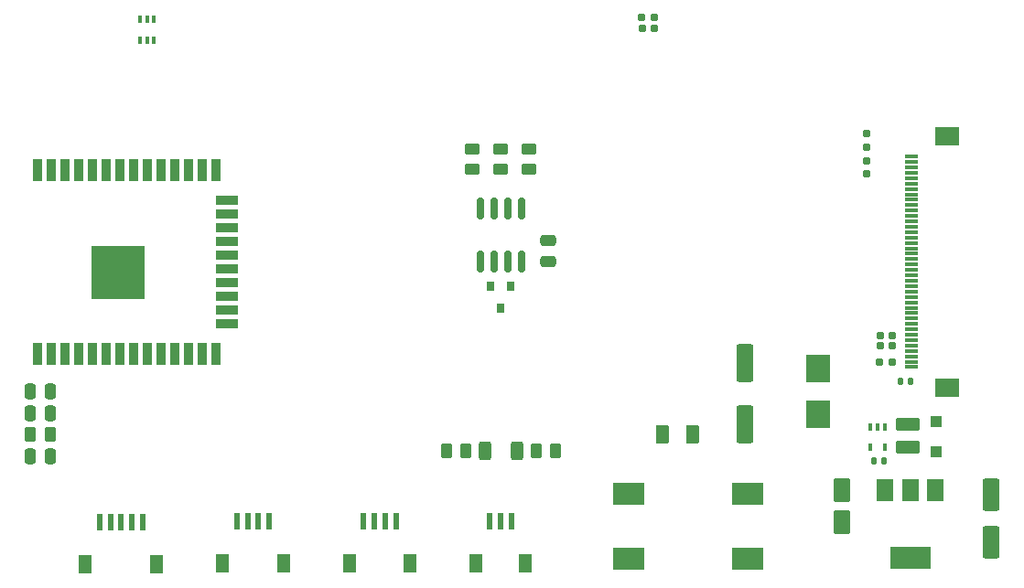
<source format=gtp>
G04 #@! TF.GenerationSoftware,KiCad,Pcbnew,(6.0.0)*
G04 #@! TF.CreationDate,2021-12-31T15:39:09+05:30*
G04 #@! TF.ProjectId,ESP32_BoardV1,45535033-325f-4426-9f61-726456312e6b,rev?*
G04 #@! TF.SameCoordinates,Original*
G04 #@! TF.FileFunction,Paste,Top*
G04 #@! TF.FilePolarity,Positive*
%FSLAX46Y46*%
G04 Gerber Fmt 4.6, Leading zero omitted, Abs format (unit mm)*
G04 Created by KiCad (PCBNEW (6.0.0)) date 2021-12-31 15:39:09*
%MOMM*%
%LPD*%
G01*
G04 APERTURE LIST*
G04 Aperture macros list*
%AMRoundRect*
0 Rectangle with rounded corners*
0 $1 Rounding radius*
0 $2 $3 $4 $5 $6 $7 $8 $9 X,Y pos of 4 corners*
0 Add a 4 corners polygon primitive as box body*
4,1,4,$2,$3,$4,$5,$6,$7,$8,$9,$2,$3,0*
0 Add four circle primitives for the rounded corners*
1,1,$1+$1,$2,$3*
1,1,$1+$1,$4,$5*
1,1,$1+$1,$6,$7*
1,1,$1+$1,$8,$9*
0 Add four rect primitives between the rounded corners*
20,1,$1+$1,$2,$3,$4,$5,0*
20,1,$1+$1,$4,$5,$6,$7,0*
20,1,$1+$1,$6,$7,$8,$9,0*
20,1,$1+$1,$8,$9,$2,$3,0*%
G04 Aperture macros list end*
%ADD10RoundRect,0.250000X0.250000X0.475000X-0.250000X0.475000X-0.250000X-0.475000X0.250000X-0.475000X0*%
%ADD11R,0.400000X0.650000*%
%ADD12RoundRect,0.250000X-0.312500X-0.625000X0.312500X-0.625000X0.312500X0.625000X-0.312500X0.625000X0*%
%ADD13RoundRect,0.250000X-0.262500X-0.450000X0.262500X-0.450000X0.262500X0.450000X-0.262500X0.450000X0*%
%ADD14R,0.900000X2.000000*%
%ADD15R,2.000000X0.900000*%
%ADD16R,5.000000X5.000000*%
%ADD17RoundRect,0.155000X0.212500X0.155000X-0.212500X0.155000X-0.212500X-0.155000X0.212500X-0.155000X0*%
%ADD18R,0.600000X1.550000*%
%ADD19R,1.200000X1.800000*%
%ADD20RoundRect,0.160000X0.197500X0.160000X-0.197500X0.160000X-0.197500X-0.160000X0.197500X-0.160000X0*%
%ADD21R,2.300000X2.500000*%
%ADD22RoundRect,0.250000X-0.550000X0.850000X-0.550000X-0.850000X0.550000X-0.850000X0.550000X0.850000X0*%
%ADD23R,1.500000X2.000000*%
%ADD24R,3.800000X2.000000*%
%ADD25RoundRect,0.250000X0.550000X-1.250000X0.550000X1.250000X-0.550000X1.250000X-0.550000X-1.250000X0*%
%ADD26R,1.300000X0.300000*%
%ADD27R,2.200000X1.800000*%
%ADD28RoundRect,0.160000X0.160000X-0.197500X0.160000X0.197500X-0.160000X0.197500X-0.160000X-0.197500X0*%
%ADD29RoundRect,0.160000X-0.160000X0.197500X-0.160000X-0.197500X0.160000X-0.197500X0.160000X0.197500X0*%
%ADD30RoundRect,0.250000X-0.475000X0.250000X-0.475000X-0.250000X0.475000X-0.250000X0.475000X0.250000X0*%
%ADD31R,0.800000X0.900000*%
%ADD32RoundRect,0.250000X-0.450000X0.262500X-0.450000X-0.262500X0.450000X-0.262500X0.450000X0.262500X0*%
%ADD33RoundRect,0.150000X-0.150000X0.825000X-0.150000X-0.825000X0.150000X-0.825000X0.150000X0.825000X0*%
%ADD34R,3.000000X2.000000*%
%ADD35RoundRect,0.250000X0.375000X0.625000X-0.375000X0.625000X-0.375000X-0.625000X0.375000X-0.625000X0*%
%ADD36RoundRect,0.140000X0.140000X0.170000X-0.140000X0.170000X-0.140000X-0.170000X0.140000X-0.170000X0*%
%ADD37RoundRect,0.250000X0.550000X-1.500000X0.550000X1.500000X-0.550000X1.500000X-0.550000X-1.500000X0*%
%ADD38R,1.100000X1.100000*%
%ADD39RoundRect,0.250000X0.850000X-0.375000X0.850000X0.375000X-0.850000X0.375000X-0.850000X-0.375000X0*%
%ADD40RoundRect,0.160000X-0.197500X-0.160000X0.197500X-0.160000X0.197500X0.160000X-0.197500X0.160000X0*%
G04 APERTURE END LIST*
D10*
X93950000Y-139000000D03*
X92050000Y-139000000D03*
X93950000Y-143000000D03*
X92050000Y-143000000D03*
X93950000Y-137000000D03*
X92050000Y-137000000D03*
D11*
X102250000Y-104450000D03*
X102900000Y-104450000D03*
X103550000Y-104450000D03*
X103550000Y-102550000D03*
X102900000Y-102550000D03*
X102250000Y-102550000D03*
D12*
X134162500Y-142500000D03*
X137087500Y-142500000D03*
D13*
X138887500Y-142500000D03*
X140712500Y-142500000D03*
D14*
X92745000Y-133500000D03*
X94015000Y-133500000D03*
X95285000Y-133500000D03*
X96555000Y-133500000D03*
X97825000Y-133500000D03*
X99095000Y-133500000D03*
X100365000Y-133500000D03*
X101635000Y-133500000D03*
X102905000Y-133500000D03*
X104175000Y-133500000D03*
X105445000Y-133500000D03*
X106715000Y-133500000D03*
X107985000Y-133500000D03*
X109255000Y-133500000D03*
D15*
X110255000Y-130715000D03*
X110255000Y-129445000D03*
X110255000Y-128175000D03*
X110255000Y-126905000D03*
X110255000Y-125635000D03*
X110255000Y-124365000D03*
X110255000Y-123095000D03*
X110255000Y-121825000D03*
X110255000Y-120555000D03*
X110255000Y-119285000D03*
D14*
X109255000Y-116500000D03*
X107985000Y-116500000D03*
X106715000Y-116500000D03*
X105445000Y-116500000D03*
X104175000Y-116500000D03*
X102905000Y-116500000D03*
X101635000Y-116500000D03*
X100365000Y-116500000D03*
X99095000Y-116500000D03*
X97825000Y-116500000D03*
X96555000Y-116500000D03*
X95285000Y-116500000D03*
X94015000Y-116500000D03*
X92745000Y-116500000D03*
D16*
X100245000Y-126000000D03*
D17*
X171867500Y-132800000D03*
X170732500Y-132800000D03*
D18*
X122916666Y-149000000D03*
X123916666Y-149000000D03*
X124916666Y-149000000D03*
X125916666Y-149000000D03*
D19*
X121616666Y-152875000D03*
X127216666Y-152875000D03*
D13*
X130587500Y-142500000D03*
X132412500Y-142500000D03*
D17*
X149837500Y-103352500D03*
X148702500Y-103352500D03*
D20*
X149867500Y-102352500D03*
X148672500Y-102352500D03*
D18*
X134625000Y-149000000D03*
X135625000Y-149000000D03*
X136625000Y-149000000D03*
D19*
X133325000Y-152875000D03*
X137925000Y-152875000D03*
D21*
X165000000Y-139150000D03*
X165000000Y-134850000D03*
D22*
X167200000Y-146100000D03*
X167200000Y-149100000D03*
D23*
X175800000Y-146100000D03*
X173500000Y-146100000D03*
D24*
X173500000Y-152400000D03*
D23*
X171200000Y-146100000D03*
D25*
X181000000Y-151000000D03*
X181000000Y-146600000D03*
D17*
X171867500Y-131800000D03*
X170732500Y-131800000D03*
D26*
X173650000Y-134750000D03*
X173650000Y-134250000D03*
X173650000Y-133750000D03*
X173650000Y-133250000D03*
X173650000Y-132750000D03*
X173650000Y-132250000D03*
X173650000Y-131750000D03*
X173650000Y-131250000D03*
X173650000Y-130750000D03*
X173650000Y-130250000D03*
X173650000Y-129750000D03*
X173650000Y-129250000D03*
X173650000Y-128750000D03*
X173650000Y-128250000D03*
X173650000Y-127750000D03*
X173650000Y-127250000D03*
X173650000Y-126750000D03*
X173650000Y-126250000D03*
X173650000Y-125750000D03*
X173650000Y-125250000D03*
X173650000Y-124750000D03*
X173650000Y-124250000D03*
X173650000Y-123750000D03*
X173650000Y-123250000D03*
X173650000Y-122750000D03*
X173650000Y-122250000D03*
X173650000Y-121750000D03*
X173650000Y-121250000D03*
X173650000Y-120750000D03*
X173650000Y-120250000D03*
X173650000Y-119750000D03*
X173650000Y-119250000D03*
X173650000Y-118750000D03*
X173650000Y-118250000D03*
X173650000Y-117750000D03*
X173650000Y-117250000D03*
X173650000Y-116750000D03*
X173650000Y-116250000D03*
X173650000Y-115750000D03*
X173650000Y-115250000D03*
D27*
X176900000Y-113350000D03*
X176900000Y-136650000D03*
D28*
X169500000Y-114347500D03*
X169500000Y-113152500D03*
D29*
X169500000Y-115652500D03*
X169500000Y-116847500D03*
D30*
X140000000Y-123050000D03*
X140000000Y-124950000D03*
D31*
X136575000Y-127250000D03*
X134675000Y-127250000D03*
X135625000Y-129250000D03*
D32*
X135625000Y-114587500D03*
X135625000Y-116412500D03*
X138250000Y-114587500D03*
X138250000Y-116412500D03*
D33*
X137530000Y-120025000D03*
X136260000Y-120025000D03*
X134990000Y-120025000D03*
X133720000Y-120025000D03*
X133720000Y-124975000D03*
X134990000Y-124975000D03*
X136260000Y-124975000D03*
X137530000Y-124975000D03*
D32*
X133000000Y-114587500D03*
X133000000Y-116412500D03*
D13*
X92087500Y-141000000D03*
X93912500Y-141000000D03*
D34*
X147500000Y-146500000D03*
X147500000Y-152500000D03*
X158500000Y-146500000D03*
X158500000Y-152500000D03*
D35*
X153400000Y-141000000D03*
X150600000Y-141000000D03*
D18*
X111208333Y-149000000D03*
X112208333Y-149000000D03*
X113208333Y-149000000D03*
X114208333Y-149000000D03*
D19*
X109908333Y-152875000D03*
X115508333Y-152875000D03*
D18*
X98500000Y-149125000D03*
X99500000Y-149125000D03*
X100500000Y-149125000D03*
X101500000Y-149125000D03*
X102500000Y-149125000D03*
D19*
X97200000Y-153000000D03*
X103800000Y-153000000D03*
D36*
X173560000Y-136100000D03*
X172600000Y-136100000D03*
D37*
X158200000Y-140000000D03*
X158200000Y-134400000D03*
D36*
X171080000Y-143400000D03*
X170120000Y-143400000D03*
D38*
X175900000Y-142600000D03*
X175900000Y-139800000D03*
D39*
X173300000Y-142175000D03*
X173300000Y-140025000D03*
D40*
X170670000Y-134300000D03*
X171865000Y-134300000D03*
D11*
X171150000Y-140300000D03*
X170500000Y-140300000D03*
X169850000Y-140300000D03*
X169850000Y-142200000D03*
X171150000Y-142200000D03*
M02*

</source>
